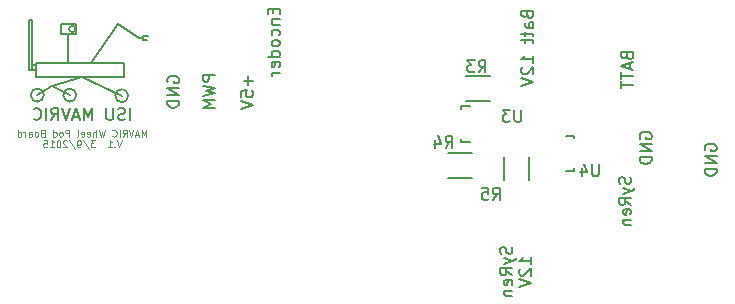
<source format=gbo>
G04 #@! TF.FileFunction,Legend,Bot*
%FSLAX46Y46*%
G04 Gerber Fmt 4.6, Leading zero omitted, Abs format (unit mm)*
G04 Created by KiCad (PCBNEW (2015-01-16 BZR 5376)-product) date 3/8/2015 9:59:01 PM*
%MOMM*%
G01*
G04 APERTURE LIST*
%ADD10C,0.149860*%
%ADD11C,0.203200*%
%ADD12C,0.100000*%
%ADD13C,0.177800*%
%ADD14C,0.150000*%
G04 APERTURE END LIST*
D10*
D11*
X245377429Y-129268096D02*
X245377429Y-129606762D01*
X245909619Y-129751905D02*
X245909619Y-129268096D01*
X244893619Y-129268096D01*
X244893619Y-129751905D01*
X245232286Y-130187334D02*
X245909619Y-130187334D01*
X245329048Y-130187334D02*
X245280667Y-130235715D01*
X245232286Y-130332477D01*
X245232286Y-130477619D01*
X245280667Y-130574381D01*
X245377429Y-130622762D01*
X245909619Y-130622762D01*
X245861238Y-131542000D02*
X245909619Y-131445238D01*
X245909619Y-131251715D01*
X245861238Y-131154953D01*
X245812857Y-131106572D01*
X245716095Y-131058191D01*
X245425810Y-131058191D01*
X245329048Y-131106572D01*
X245280667Y-131154953D01*
X245232286Y-131251715D01*
X245232286Y-131445238D01*
X245280667Y-131542000D01*
X245909619Y-132122572D02*
X245861238Y-132025810D01*
X245812857Y-131977429D01*
X245716095Y-131929048D01*
X245425810Y-131929048D01*
X245329048Y-131977429D01*
X245280667Y-132025810D01*
X245232286Y-132122572D01*
X245232286Y-132267714D01*
X245280667Y-132364476D01*
X245329048Y-132412857D01*
X245425810Y-132461238D01*
X245716095Y-132461238D01*
X245812857Y-132412857D01*
X245861238Y-132364476D01*
X245909619Y-132267714D01*
X245909619Y-132122572D01*
X245909619Y-133332095D02*
X244893619Y-133332095D01*
X245861238Y-133332095D02*
X245909619Y-133235333D01*
X245909619Y-133041810D01*
X245861238Y-132945048D01*
X245812857Y-132896667D01*
X245716095Y-132848286D01*
X245425810Y-132848286D01*
X245329048Y-132896667D01*
X245280667Y-132945048D01*
X245232286Y-133041810D01*
X245232286Y-133235333D01*
X245280667Y-133332095D01*
X245861238Y-134202952D02*
X245909619Y-134106190D01*
X245909619Y-133912667D01*
X245861238Y-133815905D01*
X245764476Y-133767524D01*
X245377429Y-133767524D01*
X245280667Y-133815905D01*
X245232286Y-133912667D01*
X245232286Y-134106190D01*
X245280667Y-134202952D01*
X245377429Y-134251333D01*
X245474190Y-134251333D01*
X245570952Y-133767524D01*
X245909619Y-134686762D02*
X245232286Y-134686762D01*
X245425810Y-134686762D02*
X245329048Y-134735143D01*
X245280667Y-134783524D01*
X245232286Y-134880286D01*
X245232286Y-134977047D01*
X243272571Y-134993715D02*
X243272571Y-135767810D01*
X243659619Y-135380762D02*
X242885524Y-135380762D01*
X242643619Y-136735429D02*
X242643619Y-136251620D01*
X243127429Y-136203239D01*
X243079048Y-136251620D01*
X243030667Y-136348382D01*
X243030667Y-136590286D01*
X243079048Y-136687048D01*
X243127429Y-136735429D01*
X243224190Y-136783810D01*
X243466095Y-136783810D01*
X243562857Y-136735429D01*
X243611238Y-136687048D01*
X243659619Y-136590286D01*
X243659619Y-136348382D01*
X243611238Y-136251620D01*
X243562857Y-136203239D01*
X242643619Y-137074096D02*
X243659619Y-137412763D01*
X242643619Y-137751429D01*
X240409619Y-134872762D02*
X239393619Y-134872762D01*
X239393619Y-135259809D01*
X239442000Y-135356571D01*
X239490381Y-135404952D01*
X239587143Y-135453333D01*
X239732286Y-135453333D01*
X239829048Y-135404952D01*
X239877429Y-135356571D01*
X239925810Y-135259809D01*
X239925810Y-134872762D01*
X239393619Y-135792000D02*
X240409619Y-136033905D01*
X239683905Y-136227428D01*
X240409619Y-136420952D01*
X239393619Y-136662857D01*
X240409619Y-137049905D02*
X239393619Y-137049905D01*
X240119333Y-137388571D01*
X239393619Y-137727238D01*
X240409619Y-137727238D01*
X236442000Y-135525905D02*
X236393619Y-135429143D01*
X236393619Y-135284000D01*
X236442000Y-135138858D01*
X236538762Y-135042096D01*
X236635524Y-134993715D01*
X236829048Y-134945334D01*
X236974190Y-134945334D01*
X237167714Y-134993715D01*
X237264476Y-135042096D01*
X237361238Y-135138858D01*
X237409619Y-135284000D01*
X237409619Y-135380762D01*
X237361238Y-135525905D01*
X237312857Y-135574286D01*
X236974190Y-135574286D01*
X236974190Y-135380762D01*
X237409619Y-136009715D02*
X236393619Y-136009715D01*
X237409619Y-136590286D01*
X236393619Y-136590286D01*
X237409619Y-137074096D02*
X236393619Y-137074096D01*
X236393619Y-137316001D01*
X236442000Y-137461143D01*
X236538762Y-137557905D01*
X236635524Y-137606286D01*
X236829048Y-137654667D01*
X236974190Y-137654667D01*
X237167714Y-137606286D01*
X237264476Y-137557905D01*
X237361238Y-137461143D01*
X237409619Y-137316001D01*
X237409619Y-137074096D01*
D12*
X234624715Y-140105341D02*
X234624715Y-139521141D01*
X234429981Y-139938427D01*
X234235248Y-139521141D01*
X234235248Y-140105341D01*
X233984877Y-139938427D02*
X233706686Y-139938427D01*
X234040515Y-140105341D02*
X233845782Y-139521141D01*
X233651048Y-140105341D01*
X233539772Y-139521141D02*
X233345039Y-140105341D01*
X233150305Y-139521141D01*
X232621743Y-140105341D02*
X232816477Y-139827150D01*
X232955572Y-140105341D02*
X232955572Y-139521141D01*
X232733019Y-139521141D01*
X232677381Y-139548960D01*
X232649562Y-139576779D01*
X232621743Y-139632417D01*
X232621743Y-139715874D01*
X232649562Y-139771512D01*
X232677381Y-139799331D01*
X232733019Y-139827150D01*
X232955572Y-139827150D01*
X232371372Y-140105341D02*
X232371372Y-139521141D01*
X231759353Y-140049703D02*
X231787172Y-140077522D01*
X231870629Y-140105341D01*
X231926267Y-140105341D01*
X232009725Y-140077522D01*
X232065363Y-140021884D01*
X232093182Y-139966246D01*
X232121001Y-139854970D01*
X232121001Y-139771512D01*
X232093182Y-139660236D01*
X232065363Y-139604598D01*
X232009725Y-139548960D01*
X231926267Y-139521141D01*
X231870629Y-139521141D01*
X231787172Y-139548960D01*
X231759353Y-139576779D01*
X231119515Y-139521141D02*
X230980420Y-140105341D01*
X230869143Y-139688055D01*
X230757867Y-140105341D01*
X230618772Y-139521141D01*
X230396220Y-140105341D02*
X230396220Y-139521141D01*
X230145848Y-140105341D02*
X230145848Y-139799331D01*
X230173667Y-139743693D01*
X230229305Y-139715874D01*
X230312763Y-139715874D01*
X230368401Y-139743693D01*
X230396220Y-139771512D01*
X229645105Y-140077522D02*
X229700743Y-140105341D01*
X229812020Y-140105341D01*
X229867658Y-140077522D01*
X229895477Y-140021884D01*
X229895477Y-139799331D01*
X229867658Y-139743693D01*
X229812020Y-139715874D01*
X229700743Y-139715874D01*
X229645105Y-139743693D01*
X229617286Y-139799331D01*
X229617286Y-139854970D01*
X229895477Y-139910608D01*
X229144362Y-140077522D02*
X229200000Y-140105341D01*
X229311277Y-140105341D01*
X229366915Y-140077522D01*
X229394734Y-140021884D01*
X229394734Y-139799331D01*
X229366915Y-139743693D01*
X229311277Y-139715874D01*
X229200000Y-139715874D01*
X229144362Y-139743693D01*
X229116543Y-139799331D01*
X229116543Y-139854970D01*
X229394734Y-139910608D01*
X228782715Y-140105341D02*
X228838353Y-140077522D01*
X228866172Y-140021884D01*
X228866172Y-139521141D01*
X228115057Y-140105341D02*
X228115057Y-139521141D01*
X227892504Y-139521141D01*
X227836866Y-139548960D01*
X227809047Y-139576779D01*
X227781228Y-139632417D01*
X227781228Y-139715874D01*
X227809047Y-139771512D01*
X227836866Y-139799331D01*
X227892504Y-139827150D01*
X228115057Y-139827150D01*
X227447400Y-140105341D02*
X227503038Y-140077522D01*
X227530857Y-140049703D01*
X227558676Y-139994065D01*
X227558676Y-139827150D01*
X227530857Y-139771512D01*
X227503038Y-139743693D01*
X227447400Y-139715874D01*
X227363942Y-139715874D01*
X227308304Y-139743693D01*
X227280485Y-139771512D01*
X227252666Y-139827150D01*
X227252666Y-139994065D01*
X227280485Y-140049703D01*
X227308304Y-140077522D01*
X227363942Y-140105341D01*
X227447400Y-140105341D01*
X226751923Y-140105341D02*
X226751923Y-139521141D01*
X226751923Y-140077522D02*
X226807561Y-140105341D01*
X226918838Y-140105341D01*
X226974476Y-140077522D01*
X227002295Y-140049703D01*
X227030114Y-139994065D01*
X227030114Y-139827150D01*
X227002295Y-139771512D01*
X226974476Y-139743693D01*
X226918838Y-139715874D01*
X226807561Y-139715874D01*
X226751923Y-139743693D01*
X225833894Y-139799331D02*
X225750437Y-139827150D01*
X225722618Y-139854970D01*
X225694799Y-139910608D01*
X225694799Y-139994065D01*
X225722618Y-140049703D01*
X225750437Y-140077522D01*
X225806075Y-140105341D01*
X226028628Y-140105341D01*
X226028628Y-139521141D01*
X225833894Y-139521141D01*
X225778256Y-139548960D01*
X225750437Y-139576779D01*
X225722618Y-139632417D01*
X225722618Y-139688055D01*
X225750437Y-139743693D01*
X225778256Y-139771512D01*
X225833894Y-139799331D01*
X226028628Y-139799331D01*
X225360971Y-140105341D02*
X225416609Y-140077522D01*
X225444428Y-140049703D01*
X225472247Y-139994065D01*
X225472247Y-139827150D01*
X225444428Y-139771512D01*
X225416609Y-139743693D01*
X225360971Y-139715874D01*
X225277513Y-139715874D01*
X225221875Y-139743693D01*
X225194056Y-139771512D01*
X225166237Y-139827150D01*
X225166237Y-139994065D01*
X225194056Y-140049703D01*
X225221875Y-140077522D01*
X225277513Y-140105341D01*
X225360971Y-140105341D01*
X224665494Y-140105341D02*
X224665494Y-139799331D01*
X224693313Y-139743693D01*
X224748951Y-139715874D01*
X224860228Y-139715874D01*
X224915866Y-139743693D01*
X224665494Y-140077522D02*
X224721132Y-140105341D01*
X224860228Y-140105341D01*
X224915866Y-140077522D01*
X224943685Y-140021884D01*
X224943685Y-139966246D01*
X224915866Y-139910608D01*
X224860228Y-139882789D01*
X224721132Y-139882789D01*
X224665494Y-139854970D01*
X224387304Y-140105341D02*
X224387304Y-139715874D01*
X224387304Y-139827150D02*
X224359485Y-139771512D01*
X224331666Y-139743693D01*
X224276028Y-139715874D01*
X224220389Y-139715874D01*
X223775284Y-140105341D02*
X223775284Y-139521141D01*
X223775284Y-140077522D02*
X223830922Y-140105341D01*
X223942199Y-140105341D01*
X223997837Y-140077522D01*
X224025656Y-140049703D01*
X224053475Y-139994065D01*
X224053475Y-139827150D01*
X224025656Y-139771512D01*
X223997837Y-139743693D01*
X223942199Y-139715874D01*
X223830922Y-139715874D01*
X223775284Y-139743693D01*
X232538286Y-140439021D02*
X232343553Y-141023221D01*
X232148819Y-140439021D01*
X231954086Y-140967583D02*
X231926267Y-140995402D01*
X231954086Y-141023221D01*
X231981905Y-140995402D01*
X231954086Y-140967583D01*
X231954086Y-141023221D01*
X231369886Y-141023221D02*
X231703715Y-141023221D01*
X231536801Y-141023221D02*
X231536801Y-140439021D01*
X231592439Y-140522478D01*
X231648077Y-140578116D01*
X231703715Y-140605935D01*
X230284943Y-140439021D02*
X229923295Y-140439021D01*
X230118029Y-140661573D01*
X230034571Y-140661573D01*
X229978933Y-140689392D01*
X229951114Y-140717211D01*
X229923295Y-140772850D01*
X229923295Y-140911945D01*
X229951114Y-140967583D01*
X229978933Y-140995402D01*
X230034571Y-141023221D01*
X230201486Y-141023221D01*
X230257124Y-140995402D01*
X230284943Y-140967583D01*
X229255638Y-140411202D02*
X229756381Y-141162316D01*
X229033086Y-141023221D02*
X228921810Y-141023221D01*
X228866171Y-140995402D01*
X228838352Y-140967583D01*
X228782714Y-140884126D01*
X228754895Y-140772850D01*
X228754895Y-140550297D01*
X228782714Y-140494659D01*
X228810533Y-140466840D01*
X228866171Y-140439021D01*
X228977448Y-140439021D01*
X229033086Y-140466840D01*
X229060905Y-140494659D01*
X229088724Y-140550297D01*
X229088724Y-140689392D01*
X229060905Y-140745030D01*
X229033086Y-140772850D01*
X228977448Y-140800669D01*
X228866171Y-140800669D01*
X228810533Y-140772850D01*
X228782714Y-140745030D01*
X228754895Y-140689392D01*
X228087238Y-140411202D02*
X228587981Y-141162316D01*
X227920324Y-140494659D02*
X227892505Y-140466840D01*
X227836867Y-140439021D01*
X227697771Y-140439021D01*
X227642133Y-140466840D01*
X227614314Y-140494659D01*
X227586495Y-140550297D01*
X227586495Y-140605935D01*
X227614314Y-140689392D01*
X227948143Y-141023221D01*
X227586495Y-141023221D01*
X227224848Y-140439021D02*
X227169209Y-140439021D01*
X227113571Y-140466840D01*
X227085752Y-140494659D01*
X227057933Y-140550297D01*
X227030114Y-140661573D01*
X227030114Y-140800669D01*
X227057933Y-140911945D01*
X227085752Y-140967583D01*
X227113571Y-140995402D01*
X227169209Y-141023221D01*
X227224848Y-141023221D01*
X227280486Y-140995402D01*
X227308305Y-140967583D01*
X227336124Y-140911945D01*
X227363943Y-140800669D01*
X227363943Y-140661573D01*
X227336124Y-140550297D01*
X227308305Y-140494659D01*
X227280486Y-140466840D01*
X227224848Y-140439021D01*
X226473733Y-141023221D02*
X226807562Y-141023221D01*
X226640648Y-141023221D02*
X226640648Y-140439021D01*
X226696286Y-140522478D01*
X226751924Y-140578116D01*
X226807562Y-140605935D01*
X225945171Y-140439021D02*
X226223362Y-140439021D01*
X226251181Y-140717211D01*
X226223362Y-140689392D01*
X226167724Y-140661573D01*
X226028628Y-140661573D01*
X225972990Y-140689392D01*
X225945171Y-140717211D01*
X225917352Y-140772850D01*
X225917352Y-140911945D01*
X225945171Y-140967583D01*
X225972990Y-140995402D01*
X226028628Y-141023221D01*
X226167724Y-141023221D01*
X226223362Y-140995402D01*
X226251181Y-140967583D01*
D13*
X281942000Y-141275905D02*
X281893619Y-141179143D01*
X281893619Y-141034000D01*
X281942000Y-140888858D01*
X282038762Y-140792096D01*
X282135524Y-140743715D01*
X282329048Y-140695334D01*
X282474190Y-140695334D01*
X282667714Y-140743715D01*
X282764476Y-140792096D01*
X282861238Y-140888858D01*
X282909619Y-141034000D01*
X282909619Y-141130762D01*
X282861238Y-141275905D01*
X282812857Y-141324286D01*
X282474190Y-141324286D01*
X282474190Y-141130762D01*
X282909619Y-141759715D02*
X281893619Y-141759715D01*
X282909619Y-142340286D01*
X281893619Y-142340286D01*
X282909619Y-142824096D02*
X281893619Y-142824096D01*
X281893619Y-143066001D01*
X281942000Y-143211143D01*
X282038762Y-143307905D01*
X282135524Y-143356286D01*
X282329048Y-143404667D01*
X282474190Y-143404667D01*
X282667714Y-143356286D01*
X282764476Y-143307905D01*
X282861238Y-143211143D01*
X282909619Y-143066001D01*
X282909619Y-142824096D01*
X276442000Y-140275905D02*
X276393619Y-140179143D01*
X276393619Y-140034000D01*
X276442000Y-139888858D01*
X276538762Y-139792096D01*
X276635524Y-139743715D01*
X276829048Y-139695334D01*
X276974190Y-139695334D01*
X277167714Y-139743715D01*
X277264476Y-139792096D01*
X277361238Y-139888858D01*
X277409619Y-140034000D01*
X277409619Y-140130762D01*
X277361238Y-140275905D01*
X277312857Y-140324286D01*
X276974190Y-140324286D01*
X276974190Y-140130762D01*
X277409619Y-140759715D02*
X276393619Y-140759715D01*
X277409619Y-141340286D01*
X276393619Y-141340286D01*
X277409619Y-141824096D02*
X276393619Y-141824096D01*
X276393619Y-142066001D01*
X276442000Y-142211143D01*
X276538762Y-142307905D01*
X276635524Y-142356286D01*
X276829048Y-142404667D01*
X276974190Y-142404667D01*
X277167714Y-142356286D01*
X277264476Y-142307905D01*
X277361238Y-142211143D01*
X277409619Y-142066001D01*
X277409619Y-141824096D01*
X265561138Y-149469620D02*
X265609519Y-149614763D01*
X265609519Y-149856667D01*
X265561138Y-149953429D01*
X265512757Y-150001810D01*
X265415995Y-150050191D01*
X265319233Y-150050191D01*
X265222471Y-150001810D01*
X265174090Y-149953429D01*
X265125710Y-149856667D01*
X265077329Y-149663144D01*
X265028948Y-149566382D01*
X264980567Y-149518001D01*
X264883805Y-149469620D01*
X264787043Y-149469620D01*
X264690281Y-149518001D01*
X264641900Y-149566382D01*
X264593519Y-149663144D01*
X264593519Y-149905048D01*
X264641900Y-150050191D01*
X264932186Y-150388858D02*
X265609519Y-150630763D01*
X264932186Y-150872667D02*
X265609519Y-150630763D01*
X265851424Y-150534001D01*
X265899805Y-150485620D01*
X265948186Y-150388858D01*
X265609519Y-151840286D02*
X265125710Y-151501620D01*
X265609519Y-151259715D02*
X264593519Y-151259715D01*
X264593519Y-151646762D01*
X264641900Y-151743524D01*
X264690281Y-151791905D01*
X264787043Y-151840286D01*
X264932186Y-151840286D01*
X265028948Y-151791905D01*
X265077329Y-151743524D01*
X265125710Y-151646762D01*
X265125710Y-151259715D01*
X265561138Y-152662762D02*
X265609519Y-152566000D01*
X265609519Y-152372477D01*
X265561138Y-152275715D01*
X265464376Y-152227334D01*
X265077329Y-152227334D01*
X264980567Y-152275715D01*
X264932186Y-152372477D01*
X264932186Y-152566000D01*
X264980567Y-152662762D01*
X265077329Y-152711143D01*
X265174090Y-152711143D01*
X265270852Y-152227334D01*
X264932186Y-153146572D02*
X265609519Y-153146572D01*
X265028948Y-153146572D02*
X264980567Y-153194953D01*
X264932186Y-153291715D01*
X264932186Y-153436857D01*
X264980567Y-153533619D01*
X265077329Y-153582000D01*
X265609519Y-153582000D01*
X267209719Y-150921048D02*
X267209719Y-150340477D01*
X267209719Y-150630763D02*
X266193719Y-150630763D01*
X266338862Y-150534001D01*
X266435624Y-150437239D01*
X266484005Y-150340477D01*
X266290481Y-151308096D02*
X266242100Y-151356477D01*
X266193719Y-151453239D01*
X266193719Y-151695143D01*
X266242100Y-151791905D01*
X266290481Y-151840286D01*
X266387243Y-151888667D01*
X266484005Y-151888667D01*
X266629148Y-151840286D01*
X267209719Y-151259715D01*
X267209719Y-151888667D01*
X266193719Y-152178953D02*
X267209719Y-152517620D01*
X266193719Y-152856286D01*
X266877429Y-129792286D02*
X266925810Y-129937429D01*
X266974190Y-129985810D01*
X267070952Y-130034191D01*
X267216095Y-130034191D01*
X267312857Y-129985810D01*
X267361238Y-129937429D01*
X267409619Y-129840667D01*
X267409619Y-129453620D01*
X266393619Y-129453620D01*
X266393619Y-129792286D01*
X266442000Y-129889048D01*
X266490381Y-129937429D01*
X266587143Y-129985810D01*
X266683905Y-129985810D01*
X266780667Y-129937429D01*
X266829048Y-129889048D01*
X266877429Y-129792286D01*
X266877429Y-129453620D01*
X267409619Y-130905048D02*
X266877429Y-130905048D01*
X266780667Y-130856667D01*
X266732286Y-130759905D01*
X266732286Y-130566382D01*
X266780667Y-130469620D01*
X267361238Y-130905048D02*
X267409619Y-130808286D01*
X267409619Y-130566382D01*
X267361238Y-130469620D01*
X267264476Y-130421239D01*
X267167714Y-130421239D01*
X267070952Y-130469620D01*
X267022571Y-130566382D01*
X267022571Y-130808286D01*
X266974190Y-130905048D01*
X266732286Y-131243715D02*
X266732286Y-131630763D01*
X266393619Y-131388858D02*
X267264476Y-131388858D01*
X267361238Y-131437239D01*
X267409619Y-131534001D01*
X267409619Y-131630763D01*
X266732286Y-131824286D02*
X266732286Y-132211334D01*
X266393619Y-131969429D02*
X267264476Y-131969429D01*
X267361238Y-132017810D01*
X267409619Y-132114572D01*
X267409619Y-132211334D01*
X267409619Y-133856285D02*
X267409619Y-133275714D01*
X267409619Y-133566000D02*
X266393619Y-133566000D01*
X266538762Y-133469238D01*
X266635524Y-133372476D01*
X266683905Y-133275714D01*
X266490381Y-134243333D02*
X266442000Y-134291714D01*
X266393619Y-134388476D01*
X266393619Y-134630380D01*
X266442000Y-134727142D01*
X266490381Y-134775523D01*
X266587143Y-134823904D01*
X266683905Y-134823904D01*
X266829048Y-134775523D01*
X267409619Y-134194952D01*
X267409619Y-134823904D01*
X266393619Y-135114190D02*
X267409619Y-135452857D01*
X266393619Y-135791523D01*
D14*
X261700000Y-137125000D02*
X263700000Y-137125000D01*
X263700000Y-134975000D02*
X261700000Y-134975000D01*
X262200000Y-141475000D02*
X260200000Y-141475000D01*
X260200000Y-143625000D02*
X262200000Y-143625000D01*
X267025000Y-143800000D02*
X267025000Y-141800000D01*
X264875000Y-141800000D02*
X264875000Y-143800000D01*
X262000800Y-137550180D02*
X261299760Y-137550180D01*
X261299760Y-137550180D02*
X261299760Y-137799100D01*
X261299760Y-140349160D02*
X261299760Y-140549820D01*
X261299760Y-140549820D02*
X262000800Y-140549820D01*
X270149200Y-143049820D02*
X270850240Y-143049820D01*
X270850240Y-143049820D02*
X270850240Y-142800900D01*
X270850240Y-140250840D02*
X270850240Y-140050180D01*
X270850240Y-140050180D02*
X270149200Y-140050180D01*
X225300000Y-134050000D02*
X224950000Y-134050000D01*
X225300000Y-134450000D02*
X224950000Y-134450000D01*
X224950000Y-134450000D02*
X224950000Y-130250000D01*
X224950000Y-130250000D02*
X224700000Y-130250000D01*
X224700000Y-130250000D02*
X224700000Y-134450000D01*
X224700000Y-134450000D02*
X224950000Y-134450000D01*
X234350000Y-131800000D02*
X234350000Y-131950000D01*
X234350000Y-131950000D02*
X234700000Y-131950000D01*
X234050000Y-131800000D02*
X234350000Y-131800000D01*
X234350000Y-131800000D02*
X234350000Y-131600000D01*
X234350000Y-131600000D02*
X234750000Y-131600000D01*
X226650000Y-135850000D02*
X225400000Y-136600000D01*
X225950000Y-136600000D02*
G75*
G03X225950000Y-136600000I-550000J0D01*
G01*
X228700000Y-136600000D02*
G75*
G03X228700000Y-136600000I-550000J0D01*
G01*
X233100000Y-136650000D02*
G75*
G03X233100000Y-136650000I-550000J0D01*
G01*
X226650000Y-135850000D02*
X228150000Y-136600000D01*
X229200000Y-135100000D02*
X226650000Y-135850000D01*
X229150000Y-135100000D02*
X232550000Y-136650000D01*
X228604951Y-131000000D02*
G75*
G03X228604951Y-131000000I-254951J0D01*
G01*
X228700000Y-131450000D02*
X227400000Y-131450000D01*
X227400000Y-131450000D02*
X227400000Y-130550000D01*
X227400000Y-130550000D02*
X228700000Y-130550000D01*
X228700000Y-130550000D02*
X228700000Y-131450000D01*
X228000000Y-133900000D02*
X228000000Y-131500000D01*
X229950000Y-133900000D02*
X232250000Y-130600000D01*
X232250000Y-130600000D02*
X234050000Y-131800000D01*
X225300000Y-133900000D02*
X225300000Y-135100000D01*
X225300000Y-135100000D02*
X232750000Y-135100000D01*
X232750000Y-135100000D02*
X232750000Y-133900000D01*
X232750000Y-133900000D02*
X225300000Y-133900000D01*
X262766666Y-134652381D02*
X263100000Y-134176190D01*
X263338095Y-134652381D02*
X263338095Y-133652381D01*
X262957142Y-133652381D01*
X262861904Y-133700000D01*
X262814285Y-133747619D01*
X262766666Y-133842857D01*
X262766666Y-133985714D01*
X262814285Y-134080952D01*
X262861904Y-134128571D01*
X262957142Y-134176190D01*
X263338095Y-134176190D01*
X262433333Y-133652381D02*
X261814285Y-133652381D01*
X262147619Y-134033333D01*
X262004761Y-134033333D01*
X261909523Y-134080952D01*
X261861904Y-134128571D01*
X261814285Y-134223810D01*
X261814285Y-134461905D01*
X261861904Y-134557143D01*
X261909523Y-134604762D01*
X262004761Y-134652381D01*
X262290476Y-134652381D01*
X262385714Y-134604762D01*
X262433333Y-134557143D01*
X259966666Y-141052381D02*
X260300000Y-140576190D01*
X260538095Y-141052381D02*
X260538095Y-140052381D01*
X260157142Y-140052381D01*
X260061904Y-140100000D01*
X260014285Y-140147619D01*
X259966666Y-140242857D01*
X259966666Y-140385714D01*
X260014285Y-140480952D01*
X260061904Y-140528571D01*
X260157142Y-140576190D01*
X260538095Y-140576190D01*
X259109523Y-140385714D02*
X259109523Y-141052381D01*
X259347619Y-140004762D02*
X259585714Y-140719048D01*
X258966666Y-140719048D01*
X263966666Y-145452381D02*
X264300000Y-144976190D01*
X264538095Y-145452381D02*
X264538095Y-144452381D01*
X264157142Y-144452381D01*
X264061904Y-144500000D01*
X264014285Y-144547619D01*
X263966666Y-144642857D01*
X263966666Y-144785714D01*
X264014285Y-144880952D01*
X264061904Y-144928571D01*
X264157142Y-144976190D01*
X264538095Y-144976190D01*
X263061904Y-144452381D02*
X263538095Y-144452381D01*
X263585714Y-144928571D01*
X263538095Y-144880952D01*
X263442857Y-144833333D01*
X263204761Y-144833333D01*
X263109523Y-144880952D01*
X263061904Y-144928571D01*
X263014285Y-145023810D01*
X263014285Y-145261905D01*
X263061904Y-145357143D01*
X263109523Y-145404762D01*
X263204761Y-145452381D01*
X263442857Y-145452381D01*
X263538095Y-145404762D01*
X263585714Y-145357143D01*
X266361905Y-137852381D02*
X266361905Y-138661905D01*
X266314286Y-138757143D01*
X266266667Y-138804762D01*
X266171429Y-138852381D01*
X265980952Y-138852381D01*
X265885714Y-138804762D01*
X265838095Y-138757143D01*
X265790476Y-138661905D01*
X265790476Y-137852381D01*
X265409524Y-137852381D02*
X264790476Y-137852381D01*
X265123810Y-138233333D01*
X264980952Y-138233333D01*
X264885714Y-138280952D01*
X264838095Y-138328571D01*
X264790476Y-138423810D01*
X264790476Y-138661905D01*
X264838095Y-138757143D01*
X264885714Y-138804762D01*
X264980952Y-138852381D01*
X265266667Y-138852381D01*
X265361905Y-138804762D01*
X265409524Y-138757143D01*
X272961905Y-142452381D02*
X272961905Y-143261905D01*
X272914286Y-143357143D01*
X272866667Y-143404762D01*
X272771429Y-143452381D01*
X272580952Y-143452381D01*
X272485714Y-143404762D01*
X272438095Y-143357143D01*
X272390476Y-143261905D01*
X272390476Y-142452381D01*
X271485714Y-142785714D02*
X271485714Y-143452381D01*
X271723810Y-142404762D02*
X271961905Y-143119048D01*
X271342857Y-143119048D01*
X275604762Y-143552381D02*
X275652381Y-143695238D01*
X275652381Y-143933334D01*
X275604762Y-144028572D01*
X275557143Y-144076191D01*
X275461905Y-144123810D01*
X275366667Y-144123810D01*
X275271429Y-144076191D01*
X275223810Y-144028572D01*
X275176190Y-143933334D01*
X275128571Y-143742857D01*
X275080952Y-143647619D01*
X275033333Y-143600000D01*
X274938095Y-143552381D01*
X274842857Y-143552381D01*
X274747619Y-143600000D01*
X274700000Y-143647619D01*
X274652381Y-143742857D01*
X274652381Y-143980953D01*
X274700000Y-144123810D01*
X274985714Y-144457143D02*
X275652381Y-144695238D01*
X274985714Y-144933334D02*
X275652381Y-144695238D01*
X275890476Y-144600000D01*
X275938095Y-144552381D01*
X275985714Y-144457143D01*
X275652381Y-145885715D02*
X275176190Y-145552381D01*
X275652381Y-145314286D02*
X274652381Y-145314286D01*
X274652381Y-145695239D01*
X274700000Y-145790477D01*
X274747619Y-145838096D01*
X274842857Y-145885715D01*
X274985714Y-145885715D01*
X275080952Y-145838096D01*
X275128571Y-145790477D01*
X275176190Y-145695239D01*
X275176190Y-145314286D01*
X275604762Y-146695239D02*
X275652381Y-146600001D01*
X275652381Y-146409524D01*
X275604762Y-146314286D01*
X275509524Y-146266667D01*
X275128571Y-146266667D01*
X275033333Y-146314286D01*
X274985714Y-146409524D01*
X274985714Y-146600001D01*
X275033333Y-146695239D01*
X275128571Y-146742858D01*
X275223810Y-146742858D01*
X275319048Y-146266667D01*
X274985714Y-147171429D02*
X275652381Y-147171429D01*
X275080952Y-147171429D02*
X275033333Y-147219048D01*
X274985714Y-147314286D01*
X274985714Y-147457144D01*
X275033333Y-147552382D01*
X275128571Y-147600001D01*
X275652381Y-147600001D01*
X275328571Y-133280953D02*
X275376190Y-133423810D01*
X275423810Y-133471429D01*
X275519048Y-133519048D01*
X275661905Y-133519048D01*
X275757143Y-133471429D01*
X275804762Y-133423810D01*
X275852381Y-133328572D01*
X275852381Y-132947619D01*
X274852381Y-132947619D01*
X274852381Y-133280953D01*
X274900000Y-133376191D01*
X274947619Y-133423810D01*
X275042857Y-133471429D01*
X275138095Y-133471429D01*
X275233333Y-133423810D01*
X275280952Y-133376191D01*
X275328571Y-133280953D01*
X275328571Y-132947619D01*
X275566667Y-133900000D02*
X275566667Y-134376191D01*
X275852381Y-133804762D02*
X274852381Y-134138095D01*
X275852381Y-134471429D01*
X274852381Y-134661905D02*
X274852381Y-135233334D01*
X275852381Y-134947619D02*
X274852381Y-134947619D01*
X274852381Y-135423810D02*
X274852381Y-135995239D01*
X275852381Y-135709524D02*
X274852381Y-135709524D01*
X233247619Y-138702381D02*
X233247619Y-137702381D01*
X232819048Y-138654762D02*
X232676191Y-138702381D01*
X232438095Y-138702381D01*
X232342857Y-138654762D01*
X232295238Y-138607143D01*
X232247619Y-138511905D01*
X232247619Y-138416667D01*
X232295238Y-138321429D01*
X232342857Y-138273810D01*
X232438095Y-138226190D01*
X232628572Y-138178571D01*
X232723810Y-138130952D01*
X232771429Y-138083333D01*
X232819048Y-137988095D01*
X232819048Y-137892857D01*
X232771429Y-137797619D01*
X232723810Y-137750000D01*
X232628572Y-137702381D01*
X232390476Y-137702381D01*
X232247619Y-137750000D01*
X231819048Y-137702381D02*
X231819048Y-138511905D01*
X231771429Y-138607143D01*
X231723810Y-138654762D01*
X231628572Y-138702381D01*
X231438095Y-138702381D01*
X231342857Y-138654762D01*
X231295238Y-138607143D01*
X231247619Y-138511905D01*
X231247619Y-137702381D01*
X230009524Y-138702381D02*
X230009524Y-137702381D01*
X229676190Y-138416667D01*
X229342857Y-137702381D01*
X229342857Y-138702381D01*
X228914286Y-138416667D02*
X228438095Y-138416667D01*
X229009524Y-138702381D02*
X228676191Y-137702381D01*
X228342857Y-138702381D01*
X228152381Y-137702381D02*
X227819048Y-138702381D01*
X227485714Y-137702381D01*
X226580952Y-138702381D02*
X226914286Y-138226190D01*
X227152381Y-138702381D02*
X227152381Y-137702381D01*
X226771428Y-137702381D01*
X226676190Y-137750000D01*
X226628571Y-137797619D01*
X226580952Y-137892857D01*
X226580952Y-138035714D01*
X226628571Y-138130952D01*
X226676190Y-138178571D01*
X226771428Y-138226190D01*
X227152381Y-138226190D01*
X226152381Y-138702381D02*
X226152381Y-137702381D01*
X225104762Y-138607143D02*
X225152381Y-138654762D01*
X225295238Y-138702381D01*
X225390476Y-138702381D01*
X225533334Y-138654762D01*
X225628572Y-138559524D01*
X225676191Y-138464286D01*
X225723810Y-138273810D01*
X225723810Y-138130952D01*
X225676191Y-137940476D01*
X225628572Y-137845238D01*
X225533334Y-137750000D01*
X225390476Y-137702381D01*
X225295238Y-137702381D01*
X225152381Y-137750000D01*
X225104762Y-137797619D01*
M02*

</source>
